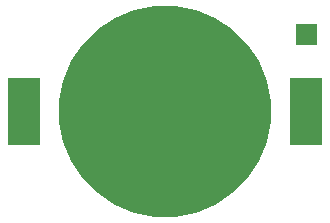
<source format=gbr>
G04 #@! TF.GenerationSoftware,KiCad,Pcbnew,5.1.5+dfsg1-2build2*
G04 #@! TF.CreationDate,2022-05-19T13:50:51+01:00*
G04 #@! TF.ProjectId,rampack-battery-1,72616d70-6163-46b2-9d62-617474657279,rev?*
G04 #@! TF.SameCoordinates,Original*
G04 #@! TF.FileFunction,Soldermask,Top*
G04 #@! TF.FilePolarity,Negative*
%FSLAX46Y46*%
G04 Gerber Fmt 4.6, Leading zero omitted, Abs format (unit mm)*
G04 Created by KiCad (PCBNEW 5.1.5+dfsg1-2build2) date 2022-05-19 13:50:51*
%MOMM*%
%LPD*%
G04 APERTURE LIST*
%ADD10C,0.100000*%
G04 APERTURE END LIST*
D10*
G36*
X-5389091Y26607019D02*
G01*
X-3760113Y25932274D01*
X-3760112Y25932273D01*
X-2294070Y24952696D01*
X-1047304Y23705930D01*
X-975856Y23599000D01*
X-67726Y22239887D01*
X607019Y20610909D01*
X951000Y18881598D01*
X951000Y17118402D01*
X607019Y15389091D01*
X-67726Y13760113D01*
X-67727Y13760112D01*
X-1047304Y12294070D01*
X-2294070Y11047304D01*
X-3273648Y10392772D01*
X-3760113Y10067726D01*
X-5389091Y9392981D01*
X-7118402Y9049000D01*
X-8881598Y9049000D01*
X-10610909Y9392981D01*
X-12239887Y10067726D01*
X-12726352Y10392772D01*
X-13705930Y11047304D01*
X-14952696Y12294070D01*
X-15932273Y13760112D01*
X-15932274Y13760113D01*
X-16607019Y15389091D01*
X-16951000Y17118402D01*
X-16951000Y18881598D01*
X-16607019Y20610909D01*
X-15932274Y22239887D01*
X-15024144Y23599000D01*
X-14952696Y23705930D01*
X-13705930Y24952696D01*
X-12239888Y25932273D01*
X-12239887Y25932274D01*
X-10610909Y26607019D01*
X-8881598Y26951000D01*
X-7118402Y26951000D01*
X-5389091Y26607019D01*
G37*
G36*
X5256000Y15169000D02*
G01*
X2554000Y15169000D01*
X2554000Y20831000D01*
X5256000Y20831000D01*
X5256000Y15169000D01*
G37*
G36*
X-18554000Y15169000D02*
G01*
X-21256000Y15169000D01*
X-21256000Y20831000D01*
X-18554000Y20831000D01*
X-18554000Y15169000D01*
G37*
G36*
X4901000Y23599000D02*
G01*
X3099000Y23599000D01*
X3099000Y25401000D01*
X4901000Y25401000D01*
X4901000Y23599000D01*
G37*
M02*

</source>
